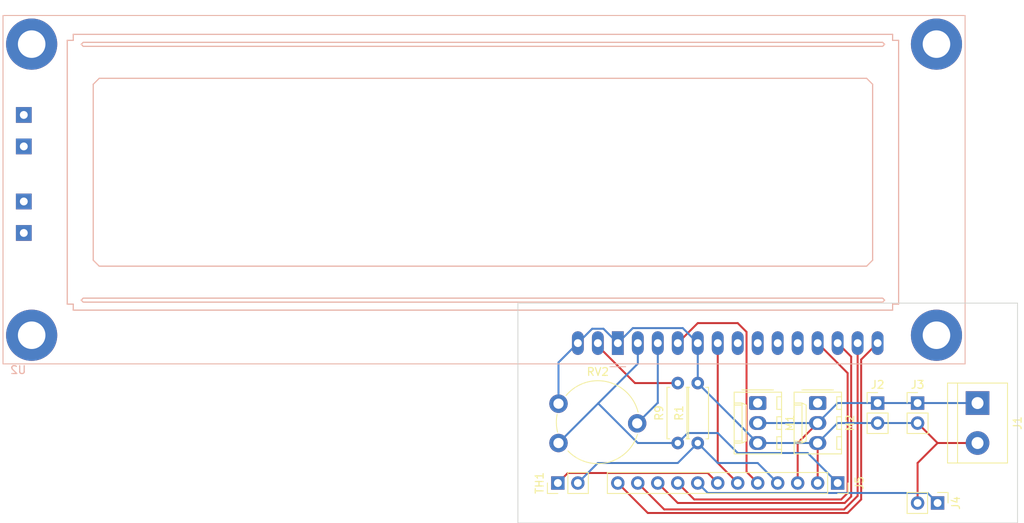
<source format=kicad_pcb>
(kicad_pcb (version 20211014) (generator pcbnew)
  (layers (0 "F.Cu" signal) (31 "B.Cu" signal) (34 "B.Paste" user) (35 "F.Paste" user) (36 "B.SilkS" user "B.Silkscreen") (37 "F.SilkS" user "F.Silkscreen") (38 "B.Mask" user) (39 "F.Mask" user) (44 "Edge.Cuts" user))
  (net 0 "")
  (net 1 "GND")
  (net 2 "+12V")
  (net 3 "+5V")
  (net 6 "Net-(R9-Pad2)")
  (net 7 "Net-(RV2-Pad2)")
  (net 16 "/D6")
  (net 17 "/A0")
  (net 18 "/D2")
  (net 19 "/D3")
  (net 20 "/D4")
  (net 21 "/D5")
  (net 22 "/D7")
  (net 23 "/D11")
  (net 24 "/D12")
  (footprint "Connector_PinSocket_2.54mm:PinSocket_1x12_P2.54mm_Vertical" (layer "F.Cu") (at 175.26 106.68 -90)
    (fp_text reference "J5" (at 0 -2.77 90) (layer "F.SilkS"))
    (fp_text value "Arduino")
    (fp_line (start 1.33 -1.33) (end 1.33 0) (layer "F.SilkS") (width 0.12))
    (fp_line (start -1.33 1.27) (end -1.33 29.27) (layer "F.SilkS") (width 0.12))
    (fp_line (start 0 -1.33) (end 1.33 -1.33) (layer "F.SilkS") (width 0.12))
    (fp_line (start -1.33 29.27) (end 1.33 29.27) (layer "F.SilkS") (width 0.12))
    (fp_line (start -1.33 1.27) (end 1.33 1.27) (layer "F.SilkS") (width 0.12))
    (fp_line (start 1.33 1.27) (end 1.33 29.27) (layer "F.SilkS") (width 0.12))
    (pad "1" thru_hole rect (at 0 0 270) (size 1.7 1.7) (drill 1) (layers *.Cu *.Mask) (net 3 "+5V"))
    (pad "2" thru_hole oval (at 0 2.54 270) (size 1.7 1.7) (drill 1) (layers *.Cu *.Mask) (net 1 "GND"))
    (pad "3" thru_hole oval (at 0 5.08 270) (size 1.7 1.7) (drill 1) (layers *.Cu *.Mask) (net 2 "+12V"))
    (pad "4" thru_hole oval (at 0 7.62 270) (size 1.7 1.7) (drill 1) (layers *.Cu *.Mask) (net 17 "/A0"))
    (pad "5" thru_hole oval (at 0 10.16 270) (size 1.7 1.7) (drill 1) (layers *.Cu *.Mask) (net 24 "/D12"))
    (pad "6" thru_hole oval (at 0 12.7 270) (size 1.7 1.7) (drill 1) (layers *.Cu *.Mask) (net 23 "/D11"))
    (pad "7" thru_hole oval (at 0 15.24 270) (size 1.7 1.7) (drill 1) (layers *.Cu *.Mask) (net 22 "/D7"))
    (pad "8" thru_hole oval (at 0 17.78 270) (size 1.7 1.7) (drill 1) (layers *.Cu *.Mask) (net 16 "/D6"))
    (pad "9" thru_hole oval (at 0 20.32 270) (size 1.7 1.7) (drill 1) (layers *.Cu *.Mask) (net 21 "/D5"))
    (pad "10" thru_hole oval (at 0 22.86 270) (size 1.7 1.7) (drill 1) (layers *.Cu *.Mask) (net 20 "/D4"))
    (pad "11" thru_hole oval (at 0 25.4 270) (size 1.7 1.7) (drill 1) (layers *.Cu *.Mask) (net 19 "/D3"))
    (pad "12" thru_hole oval (at 0 27.94 270) (size 1.7 1.7) (drill 1) (layers *.Cu *.Mask) (net 18 "/D2"))
  )
  (footprint "Potentiometer_THT:Potentiometer_Piher_PT-10-V10_Vertical" (layer "F.Cu") (at 139.78 101.6)
    (fp_text reference "RV2" (at 5 -9.05) (layer "F.SilkS"))
    (fp_text value "R_Potentiometer")
    (fp_arc (start 5.09203 2.619358) (mid 2.983245 2.219015) (end 1.209 1.011) (layer "F.SilkS") (width 0.12))
    (fp_arc (start -0.11439 -1.375119) (mid -0.269093 -2.512295) (end -0.174 -3.656) (layer "F.SilkS") (width 0.12))
    (fp_arc (start 0.963379 -6.038474) (mid 6.186565 -7.784991) (end 10.114 -3.924) (layer "F.SilkS") (width 0.12))
    (fp_arc (start 10.039726 -1.109201) (mid 8.134716 1.586326) (end 5 2.62) (layer "F.SilkS") (width 0.12))
    (pad "1" thru_hole circle (at 0 0) (size 2.34 2.34) (drill 1.3) (layers *.Cu *.Mask) (net 3 "+5V"))
    (pad "2" thru_hole circle (at 10 -2.5) (size 2.34 2.34) (drill 1.3) (layers *.Cu *.Mask) (net 7 "Net-(RV2-Pad2)"))
    (pad "3" thru_hole circle (at 0 -5) (size 2.34 2.34) (drill 1.3) (layers *.Cu *.Mask) (net 1 "GND"))
  )
  (footprint "Connector_PinHeader_2.54mm:PinHeader_1x02_P2.54mm_Vertical" (layer "F.Cu") (at 180.34 96.52)
    (fp_text reference "J2" (at 0 -2.33) (layer "F.SilkS"))
    (fp_text value "Pump 1")
    (fp_line (start -1.33 -1.33) (end 0 -1.33) (layer "F.SilkS") (width 0.12))
    (fp_line (start -1.33 1.27) (end -1.33 3.87) (layer "F.SilkS") (width 0.12))
    (fp_line (start -1.33 0) (end -1.33 -1.33) (layer "F.SilkS") (width 0.12))
    (fp_line (start 1.33 1.27) (end 1.33 3.87) (layer "F.SilkS") (width 0.12))
    (fp_line (start -1.33 1.27) (end 1.33 1.27) (layer "F.SilkS") (width 0.12))
    (fp_line (start -1.33 3.87) (end 1.33 3.87) (layer "F.SilkS") (width 0.12))
    (pad "1" thru_hole rect (at 0 0) (size 1.7 1.7) (drill 1) (layers *.Cu *.Mask) (net 2 "+12V"))
    (pad "2" thru_hole oval (at 0 2.54) (size 1.7 1.7) (drill 1) (layers *.Cu *.Mask) (net 1 "GND"))
  )
  (footprint "Connector_Molex:Molex_KK-254_AE-6410-03A_1x03_P2.54mm_Vertical" (layer "F.Cu") (at 172.72 96.52 -90)
    (fp_text reference "M2" (at 2.54 -4.12 90) (layer "F.SilkS"))
    (fp_text value "Fan_3pin")
    (fp_line (start -1.67 -2) (end -1.67 2) (layer "F.SilkS") (width 0.12))
    (fp_line (start 0 1.99) (end 0.25 1.46) (layer "F.SilkS") (width 0.12))
    (fp_line (start -1.38 2.99) (end 6.46 2.99) (layer "F.SilkS") (width 0.12))
    (fp_line (start 0.25 2.99) (end 0.25 1.99) (layer "F.SilkS") (width 0.12))
    (fp_line (start 0 1.99) (end 5.08 1.99) (layer "F.SilkS") (width 0.12))
    (fp_line (start 4.28 -3.03) (end 4.28 -2.43) (layer "F.SilkS") (width 0.12))
    (fp_line (start 1.74 -3.03) (end 1.74 -2.43) (layer "F.SilkS") (width 0.12))
    (fp_line (start 3.34 -2.43) (end 3.34 -3.03) (layer "F.SilkS") (width 0.12))
    (fp_line (start 5.88 -2.43) (end 5.88 -3.03) (layer "F.SilkS") (width 0.12))
    (fp_line (start 5.08 1.99) (end 5.08 2.99) (layer "F.SilkS") (width 0.12))
    (fp_line (start 6.46 -3.03) (end -1.38 -3.03) (layer "F.SilkS") (width 0.12))
    (fp_line (start -1.38 -3.03) (end -1.38 2.99) (layer "F.SilkS") (width 0.12))
    (fp_line (start 4.28 -2.43) (end 5.88 -2.43) (layer "F.SilkS") (width 0.12))
    (fp_line (start -0.8 -2.43) (end 0.8 -2.43) (layer "F.SilkS") (width 0.12))
    (fp_line (start 4.83 1.46) (end 5.08 1.99) (layer "F.SilkS") (width 0.12))
    (fp_line (start 0.25 1.46) (end 4.83 1.46) (layer "F.SilkS") (width 0.12))
    (fp_line (start 1.74 -2.43) (end 3.34 -2.43) (layer "F.SilkS") (width 0.12))
    (fp_line (start 6.46 2.99) (end 6.46 -3.03) (layer "F.SilkS") (width 0.12))
    (fp_line (start 4.83 2.99) (end 4.83 1.99) (layer "F.SilkS") (width 0.12))
    (fp_line (start 0 2.99) (end 0 1.99) (layer "F.SilkS") (width 0.12))
    (fp_line (start 0.8 -2.43) (end 0.8 -3.03) (layer "F.SilkS") (width 0.12))
    (fp_line (start -0.8 -3.03) (end -0.8 -2.43) (layer "F.SilkS") (width 0.12))
    (pad "1" thru_hole roundrect (at 0 0 270) (size 1.74 2.19) (drill 1.19) (layers *.Cu *.Mask) (roundrect_rratio 0.143678))
    (pad "2" thru_hole oval (at 2.54 0 270) (size 1.74 2.19) (drill 1.19) (layers *.Cu *.Mask) (net 2 "+12V"))
    (pad "3" thru_hole oval (at 5.08 0 270) (size 1.74 2.19) (drill 1.19) (layers *.Cu *.Mask) (net 1 "GND"))
  )
  (footprint "Connector_PinHeader_2.54mm:PinHeader_1x02_P2.54mm_Vertical" (layer "F.Cu") (at 139.7 106.68 90)
    (fp_text reference "TH1" (at 0 -2.33 90) (layer "F.SilkS"))
    (fp_text value "10K")
    (fp_line (start -1.33 1.27) (end -1.33 3.87) (layer "F.SilkS") (width 0.12))
    (fp_line (start 1.33 1.27) (end 1.33 3.87) (layer "F.SilkS") (width 0.12))
    (fp_line (start -1.33 1.27) (end 1.33 1.27) (layer "F.SilkS") (width 0.12))
    (fp_line (start -1.33 0) (end -1.33 -1.33) (layer "F.SilkS") (width 0.12))
    (fp_line (start -1.33 -1.33) (end 0 -1.33) (layer "F.SilkS") (width 0.12))
    (fp_line (start -1.33 3.87) (end 1.33 3.87) (layer "F.SilkS") (width 0.12))
    (pad "1" thru_hole rect (at 0 0 90) (size 1.7 1.7) (drill 1) (layers *.Cu *.Mask) (net 22 "/D7"))
    (pad "2" thru_hole oval (at 0 2.54 90) (size 1.7 1.7) (drill 1) (layers *.Cu *.Mask) (net 17 "/A0"))
  )
  (footprint "Connector_PinHeader_2.54mm:PinHeader_1x02_P2.54mm_Vertical" (layer "F.Cu") (at 187.96 109.22 -90)
    (fp_text reference "J4" (at 0 -2.33 -90) (layer "F.SilkS"))
    (fp_text value "Mosfet")
    (fp_line (start -1.33 3.87) (end 1.33 3.87) (layer "F.SilkS") (width 0.12))
    (fp_line (start -1.33 1.27) (end -1.33 3.87) (layer "F.SilkS") (width 0.12))
    (fp_line (start -1.33 1.27) (end 1.33 1.27) (layer "F.SilkS") (width 0.12))
    (fp_line (start 1.33 1.27) (end 1.33 3.87) (layer "F.SilkS") (width 0.12))
    (fp_line (start -1.33 -1.33) (end 0 -1.33) (layer "F.SilkS") (width 0.12))
    (fp_line (start -1.33 0) (end -1.33 -1.33) (layer "F.SilkS") (width 0.12))
    (pad "1" thru_hole rect (at 0 0 270) (size 1.7 1.7) (drill 1) (layers *.Cu *.Mask) (net 16 "/D6"))
    (pad "2" thru_hole oval (at 0 2.54 270) (size 1.7 1.7) (drill 1) (layers *.Cu *.Mask) (net 1 "GND"))
  )
  (footprint "Connector_Molex:Molex_KK-254_AE-6410-03A_1x03_P2.54mm_Vertical" (layer "F.Cu") (at 165.1 96.52 -90)
    (fp_text reference "M1" (at 2.54 -4.12 90) (layer "F.SilkS"))
    (fp_text value "Fan_3pin")
    (fp_line (start 1.74 -2.43) (end 3.34 -2.43) (layer "F.SilkS") (width 0.12))
    (fp_line (start 0 1.99) (end 5.08 1.99) (layer "F.SilkS") (width 0.12))
    (fp_line (start 6.46 2.99) (end 6.46 -3.03) (layer "F.SilkS") (width 0.12))
    (fp_line (start 4.83 2.99) (end 4.83 1.99) (layer "F.SilkS") (width 0.12))
    (fp_line (start 4.28 -2.43) (end 5.88 -2.43) (layer "F.SilkS") (width 0.12))
    (fp_line (start -1.38 2.99) (end 6.46 2.99) (layer "F.SilkS") (width 0.12))
    (fp_line (start 0.8 -2.43) (end 0.8 -3.03) (layer "F.SilkS") (width 0.12))
    (fp_line (start 1.74 -3.03) (end 1.74 -2.43) (layer "F.SilkS") (width 0.12))
    (fp_line (start 6.46 -3.03) (end -1.38 -3.03) (layer "F.SilkS") (width 0.12))
    (fp_line (start 5.88 -2.43) (end 5.88 -3.03) (layer "F.SilkS") (width 0.12))
    (fp_line (start 0.25 2.99) (end 0.25 1.99) (layer "F.SilkS") (width 0.12))
    (fp_line (start -0.8 -2.43) (end 0.8 -2.43) (layer "F.SilkS") (width 0.12))
    (fp_line (start 0 2.99) (end 0 1.99) (layer "F.SilkS") (width 0.12))
    (fp_line (start 5.08 1.99) (end 5.08 2.99) (layer "F.SilkS") (width 0.12))
    (fp_line (start 3.34 -2.43) (end 3.34 -3.03) (layer "F.SilkS") (width 0.12))
    (fp_line (start -1.67 -2) (end -1.67 2) (layer "F.SilkS") (width 0.12))
    (fp_line (start -1.38 -3.03) (end -1.38 2.99) (layer "F.SilkS") (width 0.12))
    (fp_line (start -0.8 -3.03) (end -0.8 -2.43) (layer "F.SilkS") (width 0.12))
    (fp_line (start 0 1.99) (end 0.25 1.46) (layer "F.SilkS") (width 0.12))
    (fp_line (start 4.83 1.46) (end 5.08 1.99) (layer "F.SilkS") (width 0.12))
    (fp_line (start 0.25 1.46) (end 4.83 1.46) (layer "F.SilkS") (width 0.12))
    (fp_line (start 4.28 -3.03) (end 4.28 -2.43) (layer "F.SilkS") (width 0.12))
    (pad "1" thru_hole roundrect (at 0 0 270) (size 1.74 2.19) (drill 1.19) (layers *.Cu *.Mask) (roundrect_rratio 0.143678))
    (pad "2" thru_hole oval (at 2.54 0 270) (size 1.74 2.19) (drill 1.19) (layers *.Cu *.Mask) (net 2 "+12V"))
    (pad "3" thru_hole oval (at 5.08 0 270) (size 1.74 2.19) (drill 1.19) (layers *.Cu *.Mask) (net 1 "GND"))
  )
  (footprint "TerminalBlock:TerminalBlock_bornier-2_P5.08mm" (layer "F.Cu") (at 193.04 96.52 -90)
    (fp_text reference "J1" (at 2.54 -5.08 90) (layer "F.SilkS"))
    (fp_text value "Power")
    (fp_line (start 7.62 3.81) (end 7.62 -3.81) (layer "F.SilkS") (width 0.12))
    (fp_line (start -2.54 -3.81) (end -2.54 3.81) (layer "F.SilkS") (width 0.12))
    (fp_line (start 7.62 2.54) (end -2.54 2.54) (layer "F.SilkS") (width 0.12))
    (fp_line (start -2.54 3.81) (end 7.62 3.81) (layer "F.SilkS") (width 0.12))
    (fp_line (start 7.62 -3.81) (end -2.54 -3.81) (layer "F.SilkS") (width 0.12))
    (pad "1" thru_hole rect (at 0 0 270) (size 3 3) (drill 1.52) (layers *.Cu *.Mask) (net 2 "+12V"))
    (pad "2" thru_hole circle (at 5.08 0 270) (size 3 3) (drill 1.52) (layers *.Cu *.Mask) (net 1 "GND"))
  )
  (footprint "Resistor_THT:R_Axial_DIN0207_L6.3mm_D2.5mm_P7.62mm_Horizontal" (layer "F.Cu") (at 157.48 101.6 90)
    (fp_text reference "R1" (at 3.81 -2.37 90) (layer "F.SilkS"))
    (fp_text value "10K")
    (fp_line (start 0.54 1.37) (end 7.08 1.37) (layer "F.SilkS") (width 0.12))
    (fp_line (start 7.08 -1.37) (end 7.08 -1.04) (layer "F.SilkS") (width 0.12))
    (fp_line (start 0.54 -1.37) (end 7.08 -1.37) (layer "F.SilkS") (width 0.12))
    (fp_line (start 7.08 1.37) (end 7.08 1.04) (layer "F.SilkS") (width 0.12))
    (fp_line (start 0.54 -1.04) (end 0.54 -1.37) (layer "F.SilkS") (width 0.12))
    (fp_line (start 0.54 1.04) (end 0.54 1.37) (layer "F.SilkS") (width 0.12))
    (pad "1" thru_hole circle (at 0 0 90) (size 1.6 1.6) (drill 0.8) (layers *.Cu *.Mask) (net 17 "/A0"))
    (pad "2" thru_hole oval (at 7.62 0 90) (size 1.6 1.6) (drill 0.8) (layers *.Cu *.Mask) (net 1 "GND"))
  )
  (footprint "Connector_PinHeader_2.54mm:PinHeader_1x02_P2.54mm_Vertical" (layer "F.Cu") (at 185.42 96.52)
    (fp_text reference "J3" (at 0 -2.33) (layer "F.SilkS"))
    (fp_text value "Pump 2")
    (fp_line (start -1.33 -1.33) (end 0 -1.33) (layer "F.SilkS") (width 0.12))
    (fp_line (start -1.33 1.27) (end 1.33 1.27) (layer "F.SilkS") (width 0.12))
    (fp_line (start -1.33 1.27) (end -1.33 3.87) (layer "F.SilkS") (width 0.12))
    (fp_line (start 1.33 1.27) (end 1.33 3.87) (layer "F.SilkS") (width 0.12))
    (fp_line (start -1.33 0) (end -1.33 -1.33) (layer "F.SilkS") (width 0.12))
    (fp_line (start -1.33 3.87) (end 1.33 3.87) (layer "F.SilkS") (width 0.12))
    (pad "1" thru_hole rect (at 0 0) (size 1.7 1.7) (drill 1) (layers *.Cu *.Mask) (net 2 "+12V"))
    (pad "2" thru_hole oval (at 0 2.54) (size 1.7 1.7) (drill 1) (layers *.Cu *.Mask) (net 1 "GND"))
  )
  (footprint "Resistor_THT:R_Axial_DIN0207_L6.3mm_D2.5mm_P7.62mm_Horizontal" (layer "F.Cu") (at 154.94 101.6 90)
    (fp_text reference "R9" (at 3.81 -2.37 90) (layer "F.SilkS"))
    (fp_text value "220")
    (fp_line (start 0.54 1.37) (end 7.08 1.37) (layer "F.SilkS") (width 0.12))
    (fp_line (start 7.08 -1.37) (end 7.08 -1.04) (layer "F.SilkS") (width 0.12))
    (fp_line (start 0.54 -1.04) (end 0.54 -1.37) (layer "F.SilkS") (width 0.12))
    (fp_line (start 7.08 1.37) (end 7.08 1.04) (layer "F.SilkS") (width 0.12))
    (fp_line (start 0.54 -1.37) (end 7.08 -1.37) (layer "F.SilkS") (width 0.12))
    (fp_line (start 0.54 1.04) (end 0.54 1.37) (layer "F.SilkS") (width 0.12))
    (pad "1" thru_hole circle (at 0 0 90) (size 1.6 1.6) (drill 0.8) (layers *.Cu *.Mask) (net 3 "+5V"))
    (pad "2" thru_hole oval (at 7.62 0 90) (size 1.6 1.6) (drill 0.8) (layers *.Cu *.Mask) (net 6 "Net-(R9-Pad2)"))
  )
  (footprint "Display:LCD-016N002L" (layer "B.Cu") (at 147.32 88.9)
    (fp_text reference "U2" (at -76.21 3.41) (layer "B.SilkS") (effects (justify mirror)))
    (fp_text value "LCD-016N002L")
    (fp_line (start 33.655 -5.207) (end -67.945 -5.207) (layer "B.SilkS") (width 0.15))
    (fp_line (start -68.199 -37.973) (end -67.945 -38.227) (layer "B.SilkS") (width 0.15))
    (fp_line (start 44.14 2.64) (end 44.14 -41.64) (layer "B.SilkS") (width 0.12))
    (fp_line (start 34.925 -4.191) (end -69.215 -4.191) (layer "B.SilkS") (width 0.15))
    (fp_line (start -69.215 -4.191) (end -69.215 -4.953) (layer "B.SilkS") (width 0.15))
    (fp_line (start 32.385 -32.893) (end 31.623 -33.655) (layer "B.SilkS") (width 0.15))
    (fp_line (start -69.215 -4.953) (end -69.977 -4.953) (layer "B.SilkS") (width 0.15))
    (fp_line (start -66.675 -10.541) (end -65.913 -9.779) (layer "B.SilkS") (width 0.15))
    (fp_line (start -67.945 -38.227) (end 33.655 -38.227) (layer "B.SilkS") (width 0.15))
    (fp_line (start 34.925 -4.953) (end 35.687 -4.953) (layer "B.SilkS") (width 0.15))
    (fp_line (start 33.909 -37.973) (end 33.655 -37.719) (layer "B.SilkS") (width 0.15))
    (fp_line (start 31.623 -33.655) (end -65.913 -33.655) (layer "B.SilkS") (width 0.15))
    (fp_line (start -69.977 -4.953) (end -69.977 -38.481) (layer "B.SilkS") (width 0.15))
    (fp_line (start 35.687 -38.481) (end 34.925 -38.481) (layer "B.SilkS") (width 0.15))
    (fp_line (start -67.945 -5.207) (end -68.199 -5.461) (layer "B.SilkS") (width 0.15))
    (fp_line (start -67.945 -5.715) (end 33.655 -5.715) (layer "B.SilkS") (width 0.15))
    (fp_line (start -66.675 -32.893) (end -66.675 -10.541) (layer "B.SilkS") (width 0.15))
    (fp_line (start -68.199 -5.461) (end -67.945 -5.715) (layer "B.SilkS") (width 0.15))
    (fp_line (start -67.945 -37.719) (end -68.199 -37.973) (layer "B.SilkS") (width 0.15))
    (fp_line (start -1 3) (end 1 3) (layer "B.SilkS") (width 0.12))
    (fp_line (start -78.14 2.64) (end -78.14 -41.64) (layer "B.SilkS") (width 0.12))
    (fp_line (start -69.215 -39.243) (end 34.925 -39.243) (layer "B.SilkS") (width 0.15))
    (fp_line (start -69.215 -39.243) (end -69.215 -38.481) (layer "B.SilkS") (width 0.15))
    (fp_line (start -78.14 -41.64) (end 44.14 -41.64) (layer "B.SilkS") (width 0.12))
    (fp_line (start 33.655 -37.719) (end -67.945 -37.719) (layer "B.SilkS") (width 0.15))
    (fp_line (start -65.913 -9.779) (end 31.623 -9.779) (layer "B.SilkS") (width 0.15))
    (fp_line (start 33.909 -5.461) (end 33.655 -5.715) (layer "B.SilkS") (width 0.15))
    (fp_line (start 32.385 -10.541) (end 32.385 -32.893) (layer "B.SilkS") (width 0.15))
    (fp_line (start -69.215 -38.481) (end -69.977 -38.481) (layer "B.SilkS") (width 0.15))
    (fp_line (start 33.655 -38.227) (end 33.909 -37.973) (layer "B.SilkS") (width 0.15))
    (fp_line (start 34.925 -4.191) (end 34.925 -4.953) (layer "B.SilkS") (width 0.15))
    (fp_line (start 34.925 -38.481) (end 34.925 -39.243) (layer "B.SilkS") (width 0.15))
    (fp_line (start 31.623 -9.779) (end 32.385 -10.541) (layer "B.SilkS") (width 0.15))
    (fp_line (start 33.655 -5.207) (end 33.909 -5.461) (layer "B.SilkS") (width 0.15))
    (fp_line (start 44.14 2.64) (end -78.14 2.64) (layer "B.SilkS") (width 0.12))
    (fp_line (start -65.913 -33.655) (end -66.675 -32.893) (layer "B.SilkS") (width 0.15))
    (fp_line (start 35.687 -38.481) (end 35.687 -4.953) (layer "B.SilkS") (width 0.15))
    (pad "" thru_hole circle (at 40.5 -38 180) (size 6.5 6.5) (drill 3.5) (layers *.Cu *.Mask))
    (pad "" thru_hole circle (at -74.5 -38 180) (size 6.5 6.5) (drill 3.5) (layers *.Cu *.Mask))
    (pad "" thru_hole circle (at -74.5 -1 180) (size 6.5 6.5) (drill 3.5) (layers *.Cu *.Mask))
    (pad "" thru_hole circle (at 40.5 -1 180) (size 6.5 6.5) (drill 3.5) (layers *.Cu *.Mask))
    (pad "1" thru_hole rect (at 0 0 180) (size 1.5 3) (drill 1) (layers *.Cu *.Mask) (net 1 "GND"))
    (pad "2" thru_hole oval (at 2.54 0 180) (size 1.5 3) (drill 1) (layers *.Cu *.Mask) (net 3 "+5V"))
    (pad "3" thru_hole oval (at 5.08 0 180) (size 1.5 3) (drill 1) (layers *.Cu *.Mask) (net 7 "Net-(RV2-Pad2)"))
    (pad "4" thru_hole oval (at 7.62 0 180) (size 1.5 3) (drill 1) (layers *.Cu *.Mask) (net 24 "/D12"))
    (pad "5" thru_hole oval (at 10.16 0 180) (size 1.5 3) (drill 1) (layers *.Cu *.Mask) (net 1 "GND"))
    (pad "6" thru_hole oval (at 12.7 0 180) (size 1.5 3) (drill 1) (layers *.Cu *.Mask) (net 23 "/D11"))
    (pad "7" thru_hole oval (at 15.24 0 180) (size 1.5 3) (drill 1) (layers *.Cu *.Mask))
    (pad "8" thru_hole oval (at 17.78 0 180) (size 1.5 3) (drill 1) (layers *.Cu *.Mask))
    (pad "9" thru_hole oval (at 20.32 0 180) (size 1.5 3) (drill 1) (layers *.Cu *.Mask))
    (pad "10" thru_hole oval (at 22.86 0 180) (size 1.5 3) (drill 1) (layers *.Cu *.Mask))
    (pad "11" thru_hole oval (at 25.4 0 180) (size 1.5 3) (drill 1) (layers *.Cu *.Mask) (net 21 "/D5"))
    (pad "12" thru_hole oval (at 27.94 0 180) (size 1.5 3) (drill 1) (layers *.Cu *.Mask) (net 20 "/D4"))
    (pad "13" thru_hole oval (at 30.48 0 180) (size 1.5 3) (drill 1) (layers *.Cu *.Mask) (net 19 "/D3"))
    (pad "14" thru_hole oval (at 33.02 0 180) (size 1.5 3) (drill 1) (layers *.Cu *.Mask) (net 18 "/D2"))
    (pad "15" thru_hole oval (at -2.54 0 180) (size 1.5 3) (drill 1) (layers *.Cu *.Mask) (net 6 "Net-(R9-Pad2)"))
    (pad "16" thru_hole oval (at -5.08 0 180) (size 1.5 3) (drill 1) (layers *.Cu *.Mask) (net 1 "GND"))
    (pad "A1" thru_hole rect (at -75.5 -14 180) (size 2 2) (drill 1) (layers *.Cu *.Mask))
    (pad "A2" thru_hole rect (at -75.5 -25 180) (size 2 2) (drill 1) (layers *.Cu *.Mask))
    (pad "K1" thru_hole rect (at -75.5 -18 180) (size 2 2) (drill 1) (layers *.Cu *.Mask))
    (pad "K2" thru_hole rect (at -75.5 -29 180) (size 2 2) (drill 1) (layers *.Cu *.Mask))
  )
  (gr_line (start 134.62 83.82) (end 198.12 83.82) (layer "Edge.Cuts") (width 0.1))
  (gr_line (start 134.62 111.76) (end 134.62 83.82) (layer "Edge.Cuts") (width 0.1))
  (gr_line (start 198.12 111.76) (end 134.62 111.76) (layer "Edge.Cuts") (width 0.1))
  (gr_line (start 198.12 83.82) (end 198.12 111.76) (layer "Edge.Cuts") (width 0.1))
  (segment (start 187.96 101.6) (end 185.42 99.06) (width 0.25) (layer "F.Cu") (net 1))
  (segment (start 187.96 101.6) (end 193.04 101.6) (width 0.25) (layer "F.Cu") (net 1))
  (segment (start 172.72 101.6) (end 172.72 106.68) (width 0.25) (layer "F.Cu") (net 1))
  (segment (start 187.96 101.6) (end 185.42 104.14) (width 0.25) (layer "F.Cu") (net 1))
  (segment (start 185.42 104.14) (end 185.42 109.22) (width 0.25) (layer "F.Cu") (net 1))
  (segment (start 172.72 101.6) (end 165.1 101.6) (width 0.25) (layer "B.Cu") (net 1))
  (segment (start 157.48 88.9) (end 157.48 93.98) (width 0.25) (layer "B.Cu") (net 1))
  (segment (start 185.42 99.06) (end 180.34 99.06) (width 0.25) (layer "B.Cu") (net 1))
  (segment (start 180.34 99.06) (end 175.26 99.06) (width 0.25) (layer "B.Cu") (net 1))
  (segment (start 155.575 86.995) (end 157.48 88.9) (width 0.25) (layer "B.Cu") (net 1))
  (segment (start 145.495 87.075) (end 147.32 88.9) (width 0.25) (layer "B.Cu") (net 1))
  (segment (start 142.24 88.9) (end 144.065 87.075) (width 0.25) (layer "B.Cu") (net 1))
  (segment (start 139.78 96.6) (end 139.78 91.36) (width 0.25) (layer "B.Cu") (net 1))
  (segment (start 139.78 91.36) (end 142.24 88.9) (width 0.25) (layer "B.Cu") (net 1))
  (segment (start 144.065 87.075) (end 145.495 87.075) (width 0.25) (layer "B.Cu") (net 1))
  (segment (start 157.48 93.98) (end 165.1 101.6) (width 0.25) (layer "B.Cu") (net 1))
  (segment (start 149.225 86.995) (end 155.575 86.995) (width 0.25) (layer "B.Cu") (net 1))
  (segment (start 147.32 88.9) (end 149.225 86.995) (width 0.25) (layer "B.Cu") (net 1))
  (segment (start 175.26 99.06) (end 172.72 101.6) (width 0.25) (layer "B.Cu") (net 1))
  (segment (start 170.18 101.6) (end 172.72 99.06) (width 0.25) (layer "F.Cu") (net 2))
  (segment (start 170.18 106.68) (end 170.18 101.6) (width 0.25) (layer "F.Cu") (net 2))
  (segment (start 193.04 96.52) (end 185.42 96.52) (width 0.25) (layer "B.Cu") (net 2))
  (segment (start 180.34 96.52) (end 175.26 96.52) (width 0.25) (layer "B.Cu") (net 2))
  (segment (start 172.72 99.06) (end 165.1 99.06) (width 0.25) (layer "B.Cu") (net 2))
  (segment (start 185.42 96.52) (end 180.34 96.52) (width 0.25) (layer "B.Cu") (net 2))
  (segment (start 175.26 96.52) (end 172.72 99.06) (width 0.25) (layer "B.Cu") (net 2))
  (segment (start 156.21 100.33) (end 160.02 100.33) (width 0.25) (layer "B.Cu") (net 3))
  (segment (start 144.82 96.56) (end 139.78 101.6) (width 0.25) (layer "B.Cu") (net 3))
  (segment (start 154.94 101.6) (end 156.21 100.33) (width 0.25) (layer "B.Cu") (net 3))
  (segment (start 162.56 102.87) (end 171.45 102.87) (width 0.25) (layer "B.Cu") (net 3))
  (segment (start 149.86 88.9) (end 149.86 91.52) (width 0.25) (layer "B.Cu") (net 3))
  (segment (start 160.02 100.33) (end 162.56 102.87) (width 0.25) (layer "B.Cu") (net 3))
  (segment (start 144.82 96.56) (end 149.86 101.6) (width 0.25) (layer "B.Cu") (net 3))
  (segment (start 149.86 91.52) (end 144.82 96.56) (width 0.25) (layer "B.Cu") (net 3))
  (segment (start 154.94 101.6) (end 149.86 101.6) (width 0.25) (layer "B.Cu") (net 3))
  (segment (start 171.45 102.87) (end 175.26 106.68) (width 0.25) (layer "B.Cu") (net 3))
  (segment (start 149.5 93.98) (end 154.94 93.98) (width 0.25) (layer "F.Cu") (net 6))
  (segment (start 144.78 88.9) (end 144.78 89.26) (width 0.25) (layer "F.Cu") (net 6))
  (segment (start 144.78 89.26) (end 149.5 93.98) (width 0.25) (layer "F.Cu") (net 6))
  (segment (start 152.36 96.52) (end 152.4 96.52) (width 0.25) (layer "B.Cu") (net 7))
  (segment (start 152.4 96.52) (end 152.4 88.9) (width 0.25) (layer "B.Cu") (net 7))
  (segment (start 149.78 99.1) (end 152.36 96.52) (width 0.25) (layer "B.Cu") (net 7))
  (segment (start 157.48 106.68) (end 158.75 107.95) (width 0.25) (layer "B.Cu") (net 16))
  (segment (start 186.69 107.95) (end 187.96 109.22) (width 0.25) (layer "B.Cu") (net 16))
  (segment (start 158.75 107.95) (end 186.69 107.95) (width 0.25) (layer "B.Cu") (net 16))
  (segment (start 144.78 104.14) (end 154.94 104.14) (width 0.25) (layer "B.Cu") (net 17))
  (segment (start 157.48 101.6) (end 160.02 104.14) (width 0.25) (layer "B.Cu") (net 17))
  (segment (start 165.1 104.14) (end 167.64 106.68) (width 0.25) (layer "B.Cu") (net 17))
  (segment (start 160.02 104.14) (end 165.1 104.14) (width 0.25) (layer "B.Cu") (net 17))
  (segment (start 142.24 106.68) (end 144.78 104.14) (width 0.25) (layer "B.Cu") (net 17))
  (segment (start 154.94 104.14) (end 157.48 101.6) (width 0.25) (layer "B.Cu") (net 17))
  (segment (start 176.53 110.49) (end 151.13 110.49) (width 0.25) (layer "F.Cu") (net 18))
  (segment (start 151.13 110.49) (end 147.32 106.68) (width 0.25) (layer "F.Cu") (net 18))
  (segment (start 178.25 90.99) (end 178.25 108.77) (width 0.25) (layer "F.Cu") (net 18))
  (segment (start 180.34 88.9) (end 178.25 90.99) (width 0.25) (layer "F.Cu") (net 18))
  (segment (start 178.25 108.77) (end 176.53 110.49) (width 0.25) (layer "F.Cu") (net 18))
  (segment (start 177.8 108.32) (end 176.08 110.04) (width 0.25) (layer "F.Cu") (net 19))
  (segment (start 177.8 88.9) (end 177.8 108.32) (width 0.25) (layer "F.Cu") (net 19))
  (segment (start 153.22 110.04) (end 176.08 110.04) (width 0.25) (layer "F.Cu") (net 19))
  (segment (start 149.86 106.68) (end 153.22 110.04) (width 0.25) (layer "F.Cu") (net 19))
  (segment (start 154.94 109.22) (end 176.16 109.22) (width 0.25) (layer "F.Cu") (net 20))
  (segment (start 152.4 106.68) (end 154.94 109.22) (width 0.25) (layer "F.Cu") (net 20))
  (segment (start 176.98 90.62) (end 175.26 88.9) (width 0.25) (layer "F.Cu") (net 20))
  (segment (start 176.98 108.4) (end 176.98 90.62) (width 0.25) (layer "F.Cu") (net 20))
  (segment (start 176.16 109.22) (end 176.98 108.4) (width 0.25) (layer "F.Cu") (net 20))
  (segment (start 154.94 106.68) (end 157.03 108.77) (width 0.25) (layer "F.Cu") (net 21))
  (segment (start 157.03 108.77) (end 175.71 108.77) (width 0.25) (layer "F.Cu") (net 21))
  (segment (start 176.53 107.95) (end 176.53 92.71) (width 0.25) (layer "F.Cu") (net 21))
  (segment (start 172.72 88.9) (end 176.53 92.71) (width 0.25) (layer "F.Cu") (net 21))
  (segment (start 175.71 108.77) (end 176.53 107.95) (width 0.25) (layer "F.Cu") (net 21))
  (segment (start 140.97 105.41) (end 158.75 105.41) (width 0.25) (layer "F.Cu") (net 22))
  (segment (start 139.7 106.68) (end 140.97 105.41) (width 0.25) (layer "F.Cu") (net 22))
  (segment (start 158.75 105.41) (end 160.02 106.68) (width 0.25) (layer "F.Cu") (net 22))
  (segment (start 160.02 104.14) (end 162.56 106.68) (width 0.25) (layer "F.Cu") (net 23))
  (segment (start 160.02 88.9) (end 160.02 104.14) (width 0.25) (layer "F.Cu") (net 23))
  (segment (start 163.68 105.26) (end 165.1 106.68) (width 0.25) (layer "F.Cu") (net 24))
  (segment (start 162.56 86.36) (end 157.48 86.36) (width 0.25) (layer "F.Cu") (net 24))
  (segment (start 157.48 86.36) (end 154.94 88.9) (width 0.25) (layer "F.Cu") (net 24))
  (segment (start 163.68 87.48) (end 163.68 105.26) (width 0.25) (layer "F.Cu") (net 24))
  (segment (start 163.68 87.48) (end 162.56 86.36) (width 0.25) (layer "F.Cu") (net 24))
)
</source>
